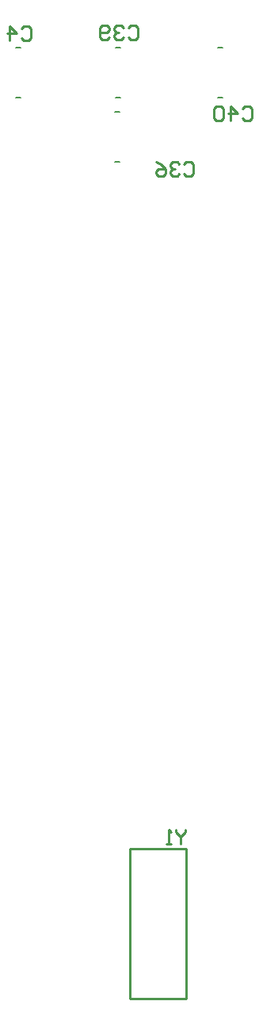
<source format=gbo>
G04*
G04 #@! TF.GenerationSoftware,Altium Limited,Altium Designer,21.0.9 (235)*
G04*
G04 Layer_Color=32896*
%FSLAX25Y25*%
%MOIN*%
G70*
G04*
G04 #@! TF.SameCoordinates,E5C10B9F-721F-4CD3-8270-1C0E1EB20485*
G04*
G04*
G04 #@! TF.FilePolarity,Positive*
G04*
G01*
G75*
%ADD11C,0.00787*%
%ADD14C,0.01000*%
D11*
X562016Y621067D02*
X563984D01*
X562016Y641933D02*
X563984D01*
X518957Y594067D02*
X520925D01*
X518957Y614933D02*
X520925D01*
X519016Y641933D02*
X520984D01*
X519016Y621067D02*
X520984D01*
X477016D02*
X478984D01*
X477016Y641933D02*
X478984D01*
D14*
X548811Y242504D02*
Y305496D01*
X525189Y242504D02*
Y305496D01*
Y242504D02*
X548811D01*
X525189Y305496D02*
X548811D01*
X572436Y616468D02*
X573420Y617452D01*
X575387D01*
X576371Y616468D01*
Y612532D01*
X575387Y611548D01*
X573420D01*
X572436Y612532D01*
X567516Y611548D02*
Y617452D01*
X570468Y614500D01*
X566532D01*
X564564Y616468D02*
X563580Y617452D01*
X561613D01*
X560629Y616468D01*
Y612532D01*
X561613Y611548D01*
X563580D01*
X564564Y612532D01*
Y616468D01*
X524436Y650468D02*
X525420Y651452D01*
X527388D01*
X528371Y650468D01*
Y646532D01*
X527388Y645548D01*
X525420D01*
X524436Y646532D01*
X522468Y650468D02*
X521484Y651452D01*
X519516D01*
X518532Y650468D01*
Y649484D01*
X519516Y648500D01*
X520500D01*
X519516D01*
X518532Y647516D01*
Y646532D01*
X519516Y645548D01*
X521484D01*
X522468Y646532D01*
X516564D02*
X515580Y645548D01*
X513613D01*
X512629Y646532D01*
Y650468D01*
X513613Y651452D01*
X515580D01*
X516564Y650468D01*
Y649484D01*
X515580Y648500D01*
X512629D01*
X547936Y592968D02*
X548920Y593952D01*
X550887D01*
X551871Y592968D01*
Y589032D01*
X550887Y588048D01*
X548920D01*
X547936Y589032D01*
X545968Y592968D02*
X544984Y593952D01*
X543016D01*
X542032Y592968D01*
Y591984D01*
X543016Y591000D01*
X544000D01*
X543016D01*
X542032Y590016D01*
Y589032D01*
X543016Y588048D01*
X544984D01*
X545968Y589032D01*
X536129Y593952D02*
X538096Y592968D01*
X540064Y591000D01*
Y589032D01*
X539080Y588048D01*
X537113D01*
X536129Y589032D01*
Y590016D01*
X537113Y591000D01*
X540064D01*
X548499Y313499D02*
Y312499D01*
X546499Y310500D01*
X544500Y312499D01*
Y313499D01*
X546499Y310500D02*
Y307501D01*
X542501D02*
X540501D01*
X541501D01*
Y313499D01*
X542501Y312499D01*
X479484Y649968D02*
X480468Y650952D01*
X482436D01*
X483420Y649968D01*
Y646032D01*
X482436Y645048D01*
X480468D01*
X479484Y646032D01*
X474564Y645048D02*
Y650952D01*
X477516Y648000D01*
X473580D01*
M02*

</source>
